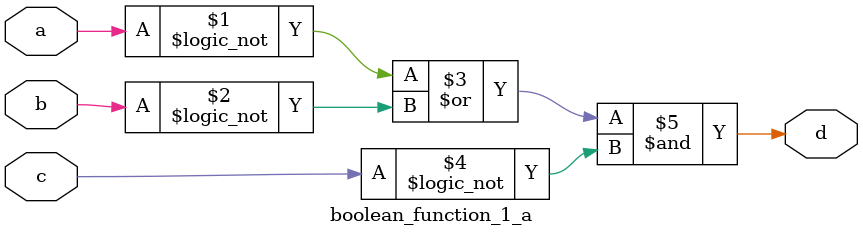
<source format=v>
`timescale 1ns / 1ps

module boolean_function_1_a(
    input a,b,c, output d
    );
    assign d = (!a|!b)&!c;
endmodule

</source>
